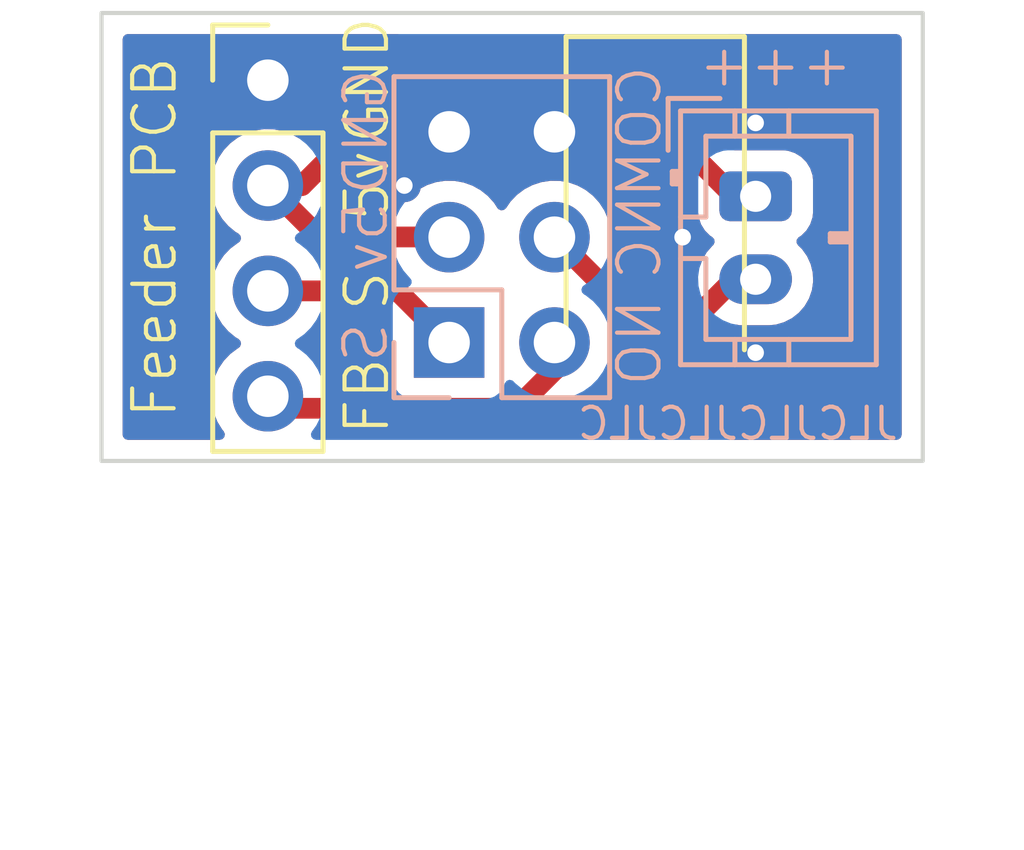
<source format=kicad_pcb>
(kicad_pcb (version 20211014) (generator pcbnew)
  (layers (0 "F.Cu" signal) (31 "B.Cu" signal) (34 "B.Paste" user) (35 "F.Paste" user) (36 "B.SilkS" user "B.Silkscreen") (37 "F.SilkS" user "F.Silkscreen") (38 "B.Mask" user) (39 "F.Mask" user) (44 "Edge.Cuts" user))
  (net 0 "")
  (net 1 "GND")
  (net 2 "+5V")
  (net 3 "/N20-GND")
  (net 4 "/SERVO")
  (net 5 "/FEEDBACK")
  (footprint "Diode_SMD:D_SMA-SMB_Universal_Handsoldering" (layer "F.Cu") (at 151.45 94.22 -90)
    (fp_text reference "D1" hide)
    (fp_text value "1N4001")
    (fp_line (start -4.85 2.15) (end 2.7 2.15) (layer "F.SilkS") (width 0.12))
    (fp_line (start -4.85 -2.15) (end 2.7 -2.15) (layer "F.SilkS") (width 0.12))
    (fp_line (start -4.85 -2.15) (end -4.85 2.15) (layer "F.SilkS") (width 0.12))
    (pad "1" smd trapezoid locked (at -2.9 0 270) (size 3.6 1.7) (rect_delta 0.6 0) (layers "F.Cu" "F.Paste" "F.Mask") (net 2 "+5V"))
    (pad "2" smd trapezoid locked (at 2.9 0 90) (size 3.6 1.7) (rect_delta 0.6 0) (layers "F.Cu" "F.Paste" "F.Mask") (net 3 "/N20-GND"))
  )
  (footprint "Connector_PinHeader_2.54mm:PinHeader_1x04_P2.54mm_Vertical" (layer "F.Cu") (at 142.11 90.42)
    (fp_text reference "J1" hide)
    (fp_text value "Controller")
    (fp_line (start -1.33 8.95) (end 1.33 8.95) (layer "F.SilkS") (width 0.12))
    (fp_line (start -1.33 1.27) (end -1.33 8.95) (layer "F.SilkS") (width 0.12))
    (fp_line (start -1.33 -1.33) (end 0 -1.33) (layer "F.SilkS") (width 0.12))
    (fp_line (start 1.33 1.27) (end 1.33 8.95) (layer "F.SilkS") (width 0.12))
    (fp_line (start -1.33 1.27) (end 1.33 1.27) (layer "F.SilkS") (width 0.12))
    (fp_line (start -1.33 0) (end -1.33 -1.33) (layer "F.SilkS") (width 0.12))
    (pad "1" thru_hole rect locked (at 0 0) (size 1.7 1.7) (drill 1) (layers *.Cu *.Mask) (net 1 "GND"))
    (pad "2" thru_hole oval locked (at 0 2.54) (size 1.7 1.7) (drill 1) (layers *.Cu *.Mask) (net 2 "+5V"))
    (pad "3" thru_hole oval locked (at 0 5.08) (size 1.7 1.7) (drill 1) (layers *.Cu *.Mask) (net 4 "/SERVO"))
    (pad "4" thru_hole oval locked (at 0 7.62) (size 1.7 1.7) (drill 1) (layers *.Cu *.Mask) (net 5 "/FEEDBACK"))
  )
  (footprint "Connector_PinHeader_2.54mm:PinHeader_2x03_P2.54mm_Vertical" (layer "B.Cu") (at 146.48 96.745)
    (fp_text reference "J3" hide)
    (fp_text value "Servo/Feedback")
    (fp_line (start -1.33 -6.41) (end 3.87 -6.41) (layer "B.SilkS") (width 0.12))
    (fp_line (start -1.33 1.33) (end 0 1.33) (layer "B.SilkS") (width 0.12))
    (fp_line (start -1.33 -1.27) (end 1.27 -1.27) (layer "B.SilkS") (width 0.12))
    (fp_line (start 3.87 1.33) (end 3.87 -6.41) (layer "B.SilkS") (width 0.12))
    (fp_line (start -1.33 -1.27) (end -1.33 -6.41) (layer "B.SilkS") (width 0.12))
    (fp_line (start 1.27 1.33) (end 3.87 1.33) (layer "B.SilkS") (width 0.12))
    (fp_line (start 1.27 -1.27) (end 1.27 1.33) (layer "B.SilkS") (width 0.12))
    (fp_line (start -1.33 0) (end -1.33 1.33) (layer "B.SilkS") (width 0.12))
    (pad "1" thru_hole rect locked (at 0 0) (size 1.7 1.7) (drill 1) (layers *.Cu *.Mask) (net 4 "/SERVO"))
    (pad "2" thru_hole oval locked (at 2.54 0) (size 1.7 1.7) (drill 1) (layers *.Cu *.Mask) (net 5 "/FEEDBACK"))
    (pad "3" thru_hole oval locked (at 0 -2.54) (size 1.7 1.7) (drill 1) (layers *.Cu *.Mask) (net 2 "+5V"))
    (pad "4" thru_hole oval locked (at 2.54 -2.54) (size 1.7 1.7) (drill 1) (layers *.Cu *.Mask) (net 3 "/N20-GND"))
    (pad "5" thru_hole oval locked (at 0 -5.08) (size 1.7 1.7) (drill 1) (layers *.Cu *.Mask) (net 1 "GND"))
    (pad "6" thru_hole oval locked (at 2.54 -5.08) (size 1.7 1.7) (drill 1) (layers *.Cu *.Mask) (net 1 "GND"))
  )
  (footprint "Connector_JST:JST_PH_B2B-PH-K_1x02_P2.00mm_Vertical" (layer "B.Cu") (at 153.87 93.22 -90)
    (fp_text reference "J2" hide)
    (fp_text value "N20")
    (fp_line (start -0.3 1.81) (end -0.3 2.01) (layer "B.SilkS") (width 0.12))
    (fp_line (start 1.5 1.2) (end 1.5 1.81) (layer "B.SilkS") (width 0.12))
    (fp_line (start 4.06 0.5) (end 3.45 0.5) (layer "B.SilkS") (width 0.12))
    (fp_line (start 0.5 1.2) (end -1.45 1.2) (layer "B.SilkS") (width 0.12))
    (fp_line (start 4.06 -2.91) (end 4.06 1.81) (layer "B.SilkS") (width 0.12))
    (fp_line (start 1.1 -1.8) (end 1.1 -2.3) (layer "B.SilkS") (width 0.12))
    (fp_line (start -2.06 -0.8) (end -1.45 -0.8) (layer "B.SilkS") (width 0.12))
    (fp_line (start 1 -2.3) (end 1 -1.8) (layer "B.SilkS") (width 0.12))
    (fp_line (start -2.06 0.5) (end -1.45 0.5) (layer "B.SilkS") (width 0.12))
    (fp_line (start -1.45 1.2) (end -1.45 -2.3) (layer "B.SilkS") (width 0.12))
    (fp_line (start 3.45 1.2) (end 1.5 1.2) (layer "B.SilkS") (width 0.12))
    (fp_line (start 4.06 -0.8) (end 3.45 -0.8) (layer "B.SilkS") (width 0.12))
    (fp_line (start -0.3 2.01) (end -0.6 2.01) (layer "B.SilkS") (width 0.12))
    (fp_line (start -0.6 2.01) (end -0.6 1.81) (layer "B.SilkS") (width 0.12))
    (fp_line (start -0.3 1.91) (end -0.6 1.91) (layer "B.SilkS") (width 0.12))
    (fp_line (start 0.9 -1.8) (end 1.1 -1.8) (layer "B.SilkS") (width 0.12))
    (fp_line (start 3.45 -2.3) (end 3.45 1.2) (layer "B.SilkS") (width 0.12))
    (fp_line (start 4.06 1.81) (end -2.06 1.81) (layer "B.SilkS") (width 0.12))
    (fp_line (start 0.9 -2.3) (end 0.9 -1.8) (layer "B.SilkS") (width 0.12))
    (fp_line (start -2.36 2.11) (end -2.36 0.86) (layer "B.SilkS") (width 0.12))
    (fp_line (start -2.06 1.81) (end -2.06 -2.91) (layer "B.SilkS") (width 0.12))
    (fp_line (start 0.5 1.81) (end 0.5 1.2) (layer "B.SilkS") (width 0.12))
    (fp_line (start -1.11 2.11) (end -2.36 2.11) (layer "B.SilkS") (width 0.12))
    (fp_line (start -2.06 -2.91) (end 4.06 -2.91) (layer "B.SilkS") (width 0.12))
    (fp_line (start -1.45 -2.3) (end 3.45 -2.3) (layer "B.SilkS") (width 0.12))
    (pad "1" thru_hole roundrect locked (at 0 0 270) (size 1.2 1.75) (drill 0.75) (layers *.Cu *.Mask) (roundrect_rratio 0.208333) (net 2 "+5V"))
    (pad "2" thru_hole oval locked (at 2 0 270) (size 1.2 1.75) (drill 0.75) (layers *.Cu *.Mask) (net 3 "/N20-GND"))
  )
  (gr_rect (start 138.1 88.8) (end 157.9 99.6) (layer "Edge.Cuts") (width 0.1) (fill none))
  (gr_text "+++" (at 154.35 90.04) (layer "B.SilkS") (effects (font (size 1 1) (thickness 0.1))))
  (gr_text "NC" (at 151.07 94.205001 90) (layer "B.SilkS") (effects (font (size 1 1) (thickness 0.1)) (justify mirror)))
  (gr_text "COM" (at 151.07 91.665 90) (layer "B.SilkS") (effects (font (size 1 1) (thickness 0.1)) (justify mirror)))
  (gr_text "GND" (at 144.47 91.665001 90) (layer "B.SilkS") (effects (font (size 1 1) (thickness 0.1)) (justify mirror)))
  (gr_text "NO" (at 151.07 96.745 90) (layer "B.SilkS") (effects (font (size 1 1) (thickness 0.1)) (justify mirror)))
  (gr_text "JLCJLCJLCJLC" (at 153.44 98.7) (layer "B.SilkS") (effects (font (size 0.75 0.75) (thickness 0.1)) (justify mirror)))
  (gr_text "5v" (at 144.47 94.205 90) (layer "B.SilkS") (effects (font (size 1 1) (thickness 0.1)) (justify mirror)))
  (gr_text "S" (at 144.47 96.745001 90) (layer "B.SilkS") (effects (font (size 1 1) (thickness 0.1)) (justify mirror)))
  (gr_text "Feeder PCB" (at 139.38 94.21 90) (layer "F.SilkS") (effects (font (size 1 1) (thickness 0.1))))
  (gr_text "FB" (at 144.5 98.04 90) (layer "F.SilkS") (effects (font (size 1 1) (thickness 0.1))))
  (gr_text "5v" (at 144.5 92.959999 90) (layer "F.SilkS") (effects (font (size 1 1) (thickness 0.1))))
  (gr_text "S" (at 144.5 95.5 90) (layer "F.SilkS") (effects (font (size 1 1) (thickness 0.1))))
  (gr_text "GND" (at 144.5 90.42 90) (layer "F.SilkS") (effects (font (size 1 1) (thickness 0.1))))
  (via (at 153.87 91.45) (size 0.8) (drill 0.4) (layers "F.Cu" "B.Cu") (net 1))
  (via (at 145.4 92.96) (size 0.8) (drill 0.4) (layers "F.Cu" "B.Cu") (net 1))
  (via (at 153.87 96.99) (size 0.8) (drill 0.4) (layers "F.Cu" "B.Cu") (net 1))
  (via (at 152.11 94.205) (size 0.8) (drill 0.4) (layers "F.Cu" "B.Cu") (net 1))
  (segment (start 142.93 92.96) (end 142.11 92.96) (width 0.5) (layer "F.Cu") (net 2))
  (segment (start 153.35 93.22) (end 151.45 91.32) (width 0.5) (layer "F.Cu") (net 2))
  (segment (start 143.35 94.2) (end 146.475 94.2) (width 0.5) (layer "F.Cu") (net 2))
  (segment (start 153.87 93.22) (end 153.35 93.22) (width 0.5) (layer "F.Cu") (net 2))
  (segment (start 151.45 91.32) (end 150.32 90.19) (width 0.5) (layer "F.Cu") (net 2))
  (segment (start 150.32 90.19) (end 145.7 90.19) (width 0.5) (layer "F.Cu") (net 2))
  (segment (start 146.475 94.2) (end 146.48 94.205) (width 0.5) (layer "F.Cu") (net 2))
  (segment (start 142.11 92.96) (end 143.35 94.2) (width 0.5) (layer "F.Cu") (net 2))
  (segment (start 145.7 90.19) (end 142.93 92.96) (width 0.5) (layer "F.Cu") (net 2))
  (segment (start 151.45 96.635) (end 151.45 97.12) (width 0.5) (layer "F.Cu") (net 3))
  (segment (start 153.35 95.22) (end 151.45 97.12) (width 0.5) (layer "F.Cu") (net 3))
  (segment (start 149.02 94.205) (end 151.45 96.635) (width 0.5) (layer "F.Cu") (net 3))
  (segment (start 153.87 95.22) (end 153.35 95.22) (width 0.5) (layer "F.Cu") (net 3))
  (segment (start 142.11 95.5) (end 145.235 95.5) (width 0.5) (layer "F.Cu") (net 4))
  (segment (start 145.235 95.5) (end 146.48 96.745) (width 0.5) (layer "F.Cu") (net 4))
  (segment (start 142.4 98.33) (end 142.11 98.04) (width 0.5) (layer "F.Cu") (net 5))
  (segment (start 148.1 98.33) (end 142.4 98.33) (width 0.5) (layer "F.Cu") (net 5))
  (segment (start 149.02 97.41) (end 148.1 98.33) (width 0.5) (layer "F.Cu") (net 5))
  (segment (start 149.02 96.745) (end 149.02 97.41) (width 0.5) (layer "F.Cu") (net 5))
  (zone (net 1) (net_name "GND") (layers F&B.Cu) (connect_pads yes (clearance 0.508)) (min_thickness 0.254) (fill yes (thermal_gap 0.508) (thermal_bridge_width 0.508))
    (polygon (pts (xy 157.9 99.6) (xy 138.1 99.6) (xy 138.1 88.8) (xy 157.9 88.8)))
  )
)
</source>
